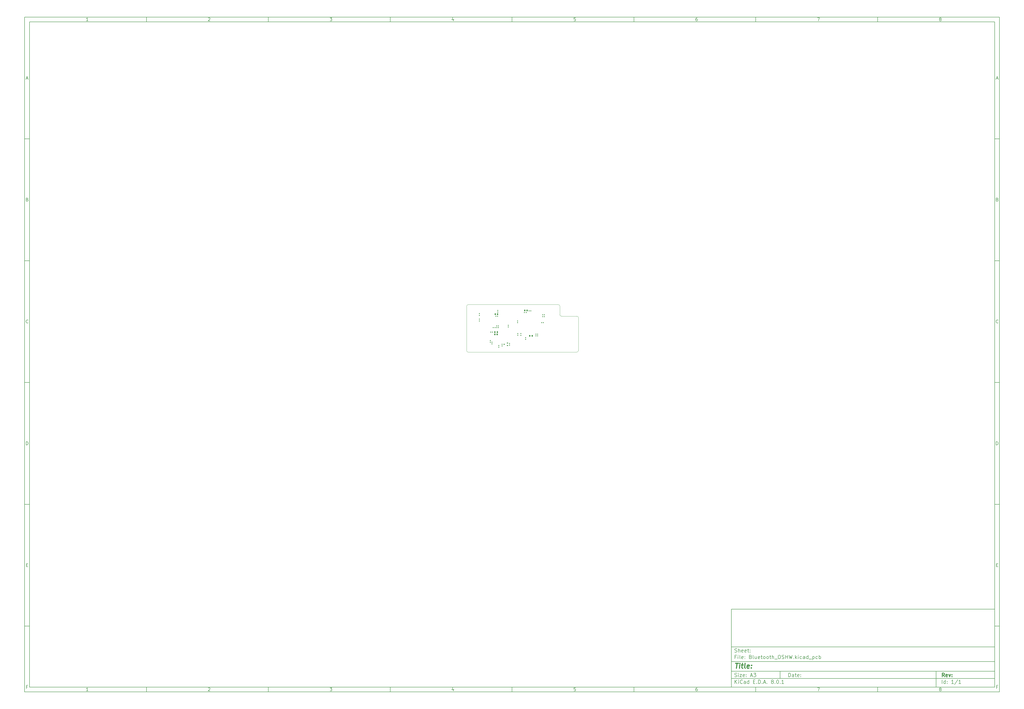
<source format=gbr>
%TF.GenerationSoftware,KiCad,Pcbnew,8.0.1*%
%TF.CreationDate,2024-04-03T21:47:25-07:00*%
%TF.ProjectId,Bluetooth_OSHW,426c7565-746f-46f7-9468-5f4f5348572e,rev?*%
%TF.SameCoordinates,Original*%
%TF.FileFunction,Paste,Bot*%
%TF.FilePolarity,Positive*%
%FSLAX46Y46*%
G04 Gerber Fmt 4.6, Leading zero omitted, Abs format (unit mm)*
G04 Created by KiCad (PCBNEW 8.0.1) date 2024-04-03 21:47:25*
%MOMM*%
%LPD*%
G01*
G04 APERTURE LIST*
G04 Aperture macros list*
%AMRoundRect*
0 Rectangle with rounded corners*
0 $1 Rounding radius*
0 $2 $3 $4 $5 $6 $7 $8 $9 X,Y pos of 4 corners*
0 Add a 4 corners polygon primitive as box body*
4,1,4,$2,$3,$4,$5,$6,$7,$8,$9,$2,$3,0*
0 Add four circle primitives for the rounded corners*
1,1,$1+$1,$2,$3*
1,1,$1+$1,$4,$5*
1,1,$1+$1,$6,$7*
1,1,$1+$1,$8,$9*
0 Add four rect primitives between the rounded corners*
20,1,$1+$1,$2,$3,$4,$5,0*
20,1,$1+$1,$4,$5,$6,$7,0*
20,1,$1+$1,$6,$7,$8,$9,0*
20,1,$1+$1,$8,$9,$2,$3,0*%
G04 Aperture macros list end*
%ADD10C,0.100000*%
%ADD11C,0.150000*%
%ADD12C,0.300000*%
%ADD13C,0.400000*%
%ADD14RoundRect,0.079500X0.079500X0.100500X-0.079500X0.100500X-0.079500X-0.100500X0.079500X-0.100500X0*%
%ADD15RoundRect,0.079500X-0.079500X-0.100500X0.079500X-0.100500X0.079500X0.100500X-0.079500X0.100500X0*%
%ADD16RoundRect,0.140000X0.140000X0.170000X-0.140000X0.170000X-0.140000X-0.170000X0.140000X-0.170000X0*%
%ADD17RoundRect,0.079500X-0.100500X0.079500X-0.100500X-0.079500X0.100500X-0.079500X0.100500X0.079500X0*%
%ADD18RoundRect,0.079500X0.100500X-0.079500X0.100500X0.079500X-0.100500X0.079500X-0.100500X-0.079500X0*%
%ADD19RoundRect,0.147500X-0.147500X-0.172500X0.147500X-0.172500X0.147500X0.172500X-0.147500X0.172500X0*%
%ADD20RoundRect,0.100000X-0.155000X-0.100000X0.155000X-0.100000X0.155000X0.100000X-0.155000X0.100000X0*%
%ADD21RoundRect,0.135000X-0.135000X-0.185000X0.135000X-0.185000X0.135000X0.185000X-0.135000X0.185000X0*%
%TA.AperFunction,Profile*%
%ADD22C,0.100000*%
%TD*%
G04 APERTURE END LIST*
D10*
D11*
X299989000Y-253002200D02*
X407989000Y-253002200D01*
X407989000Y-285002200D01*
X299989000Y-285002200D01*
X299989000Y-253002200D01*
D10*
D11*
X10000000Y-10000000D02*
X409989000Y-10000000D01*
X409989000Y-287002200D01*
X10000000Y-287002200D01*
X10000000Y-10000000D01*
D10*
D11*
X12000000Y-12000000D02*
X407989000Y-12000000D01*
X407989000Y-285002200D01*
X12000000Y-285002200D01*
X12000000Y-12000000D01*
D10*
D11*
X60000000Y-12000000D02*
X60000000Y-10000000D01*
D10*
D11*
X110000000Y-12000000D02*
X110000000Y-10000000D01*
D10*
D11*
X160000000Y-12000000D02*
X160000000Y-10000000D01*
D10*
D11*
X210000000Y-12000000D02*
X210000000Y-10000000D01*
D10*
D11*
X260000000Y-12000000D02*
X260000000Y-10000000D01*
D10*
D11*
X310000000Y-12000000D02*
X310000000Y-10000000D01*
D10*
D11*
X360000000Y-12000000D02*
X360000000Y-10000000D01*
D10*
D11*
X36089160Y-11593604D02*
X35346303Y-11593604D01*
X35717731Y-11593604D02*
X35717731Y-10293604D01*
X35717731Y-10293604D02*
X35593922Y-10479319D01*
X35593922Y-10479319D02*
X35470112Y-10603128D01*
X35470112Y-10603128D02*
X35346303Y-10665033D01*
D10*
D11*
X85346303Y-10417414D02*
X85408207Y-10355509D01*
X85408207Y-10355509D02*
X85532017Y-10293604D01*
X85532017Y-10293604D02*
X85841541Y-10293604D01*
X85841541Y-10293604D02*
X85965350Y-10355509D01*
X85965350Y-10355509D02*
X86027255Y-10417414D01*
X86027255Y-10417414D02*
X86089160Y-10541223D01*
X86089160Y-10541223D02*
X86089160Y-10665033D01*
X86089160Y-10665033D02*
X86027255Y-10850747D01*
X86027255Y-10850747D02*
X85284398Y-11593604D01*
X85284398Y-11593604D02*
X86089160Y-11593604D01*
D10*
D11*
X135284398Y-10293604D02*
X136089160Y-10293604D01*
X136089160Y-10293604D02*
X135655826Y-10788842D01*
X135655826Y-10788842D02*
X135841541Y-10788842D01*
X135841541Y-10788842D02*
X135965350Y-10850747D01*
X135965350Y-10850747D02*
X136027255Y-10912652D01*
X136027255Y-10912652D02*
X136089160Y-11036461D01*
X136089160Y-11036461D02*
X136089160Y-11345985D01*
X136089160Y-11345985D02*
X136027255Y-11469795D01*
X136027255Y-11469795D02*
X135965350Y-11531700D01*
X135965350Y-11531700D02*
X135841541Y-11593604D01*
X135841541Y-11593604D02*
X135470112Y-11593604D01*
X135470112Y-11593604D02*
X135346303Y-11531700D01*
X135346303Y-11531700D02*
X135284398Y-11469795D01*
D10*
D11*
X185965350Y-10726938D02*
X185965350Y-11593604D01*
X185655826Y-10231700D02*
X185346303Y-11160271D01*
X185346303Y-11160271D02*
X186151064Y-11160271D01*
D10*
D11*
X236027255Y-10293604D02*
X235408207Y-10293604D01*
X235408207Y-10293604D02*
X235346303Y-10912652D01*
X235346303Y-10912652D02*
X235408207Y-10850747D01*
X235408207Y-10850747D02*
X235532017Y-10788842D01*
X235532017Y-10788842D02*
X235841541Y-10788842D01*
X235841541Y-10788842D02*
X235965350Y-10850747D01*
X235965350Y-10850747D02*
X236027255Y-10912652D01*
X236027255Y-10912652D02*
X236089160Y-11036461D01*
X236089160Y-11036461D02*
X236089160Y-11345985D01*
X236089160Y-11345985D02*
X236027255Y-11469795D01*
X236027255Y-11469795D02*
X235965350Y-11531700D01*
X235965350Y-11531700D02*
X235841541Y-11593604D01*
X235841541Y-11593604D02*
X235532017Y-11593604D01*
X235532017Y-11593604D02*
X235408207Y-11531700D01*
X235408207Y-11531700D02*
X235346303Y-11469795D01*
D10*
D11*
X285965350Y-10293604D02*
X285717731Y-10293604D01*
X285717731Y-10293604D02*
X285593922Y-10355509D01*
X285593922Y-10355509D02*
X285532017Y-10417414D01*
X285532017Y-10417414D02*
X285408207Y-10603128D01*
X285408207Y-10603128D02*
X285346303Y-10850747D01*
X285346303Y-10850747D02*
X285346303Y-11345985D01*
X285346303Y-11345985D02*
X285408207Y-11469795D01*
X285408207Y-11469795D02*
X285470112Y-11531700D01*
X285470112Y-11531700D02*
X285593922Y-11593604D01*
X285593922Y-11593604D02*
X285841541Y-11593604D01*
X285841541Y-11593604D02*
X285965350Y-11531700D01*
X285965350Y-11531700D02*
X286027255Y-11469795D01*
X286027255Y-11469795D02*
X286089160Y-11345985D01*
X286089160Y-11345985D02*
X286089160Y-11036461D01*
X286089160Y-11036461D02*
X286027255Y-10912652D01*
X286027255Y-10912652D02*
X285965350Y-10850747D01*
X285965350Y-10850747D02*
X285841541Y-10788842D01*
X285841541Y-10788842D02*
X285593922Y-10788842D01*
X285593922Y-10788842D02*
X285470112Y-10850747D01*
X285470112Y-10850747D02*
X285408207Y-10912652D01*
X285408207Y-10912652D02*
X285346303Y-11036461D01*
D10*
D11*
X335284398Y-10293604D02*
X336151064Y-10293604D01*
X336151064Y-10293604D02*
X335593922Y-11593604D01*
D10*
D11*
X385593922Y-10850747D02*
X385470112Y-10788842D01*
X385470112Y-10788842D02*
X385408207Y-10726938D01*
X385408207Y-10726938D02*
X385346303Y-10603128D01*
X385346303Y-10603128D02*
X385346303Y-10541223D01*
X385346303Y-10541223D02*
X385408207Y-10417414D01*
X385408207Y-10417414D02*
X385470112Y-10355509D01*
X385470112Y-10355509D02*
X385593922Y-10293604D01*
X385593922Y-10293604D02*
X385841541Y-10293604D01*
X385841541Y-10293604D02*
X385965350Y-10355509D01*
X385965350Y-10355509D02*
X386027255Y-10417414D01*
X386027255Y-10417414D02*
X386089160Y-10541223D01*
X386089160Y-10541223D02*
X386089160Y-10603128D01*
X386089160Y-10603128D02*
X386027255Y-10726938D01*
X386027255Y-10726938D02*
X385965350Y-10788842D01*
X385965350Y-10788842D02*
X385841541Y-10850747D01*
X385841541Y-10850747D02*
X385593922Y-10850747D01*
X385593922Y-10850747D02*
X385470112Y-10912652D01*
X385470112Y-10912652D02*
X385408207Y-10974557D01*
X385408207Y-10974557D02*
X385346303Y-11098366D01*
X385346303Y-11098366D02*
X385346303Y-11345985D01*
X385346303Y-11345985D02*
X385408207Y-11469795D01*
X385408207Y-11469795D02*
X385470112Y-11531700D01*
X385470112Y-11531700D02*
X385593922Y-11593604D01*
X385593922Y-11593604D02*
X385841541Y-11593604D01*
X385841541Y-11593604D02*
X385965350Y-11531700D01*
X385965350Y-11531700D02*
X386027255Y-11469795D01*
X386027255Y-11469795D02*
X386089160Y-11345985D01*
X386089160Y-11345985D02*
X386089160Y-11098366D01*
X386089160Y-11098366D02*
X386027255Y-10974557D01*
X386027255Y-10974557D02*
X385965350Y-10912652D01*
X385965350Y-10912652D02*
X385841541Y-10850747D01*
D10*
D11*
X60000000Y-285002200D02*
X60000000Y-287002200D01*
D10*
D11*
X110000000Y-285002200D02*
X110000000Y-287002200D01*
D10*
D11*
X160000000Y-285002200D02*
X160000000Y-287002200D01*
D10*
D11*
X210000000Y-285002200D02*
X210000000Y-287002200D01*
D10*
D11*
X260000000Y-285002200D02*
X260000000Y-287002200D01*
D10*
D11*
X310000000Y-285002200D02*
X310000000Y-287002200D01*
D10*
D11*
X360000000Y-285002200D02*
X360000000Y-287002200D01*
D10*
D11*
X36089160Y-286595804D02*
X35346303Y-286595804D01*
X35717731Y-286595804D02*
X35717731Y-285295804D01*
X35717731Y-285295804D02*
X35593922Y-285481519D01*
X35593922Y-285481519D02*
X35470112Y-285605328D01*
X35470112Y-285605328D02*
X35346303Y-285667233D01*
D10*
D11*
X85346303Y-285419614D02*
X85408207Y-285357709D01*
X85408207Y-285357709D02*
X85532017Y-285295804D01*
X85532017Y-285295804D02*
X85841541Y-285295804D01*
X85841541Y-285295804D02*
X85965350Y-285357709D01*
X85965350Y-285357709D02*
X86027255Y-285419614D01*
X86027255Y-285419614D02*
X86089160Y-285543423D01*
X86089160Y-285543423D02*
X86089160Y-285667233D01*
X86089160Y-285667233D02*
X86027255Y-285852947D01*
X86027255Y-285852947D02*
X85284398Y-286595804D01*
X85284398Y-286595804D02*
X86089160Y-286595804D01*
D10*
D11*
X135284398Y-285295804D02*
X136089160Y-285295804D01*
X136089160Y-285295804D02*
X135655826Y-285791042D01*
X135655826Y-285791042D02*
X135841541Y-285791042D01*
X135841541Y-285791042D02*
X135965350Y-285852947D01*
X135965350Y-285852947D02*
X136027255Y-285914852D01*
X136027255Y-285914852D02*
X136089160Y-286038661D01*
X136089160Y-286038661D02*
X136089160Y-286348185D01*
X136089160Y-286348185D02*
X136027255Y-286471995D01*
X136027255Y-286471995D02*
X135965350Y-286533900D01*
X135965350Y-286533900D02*
X135841541Y-286595804D01*
X135841541Y-286595804D02*
X135470112Y-286595804D01*
X135470112Y-286595804D02*
X135346303Y-286533900D01*
X135346303Y-286533900D02*
X135284398Y-286471995D01*
D10*
D11*
X185965350Y-285729138D02*
X185965350Y-286595804D01*
X185655826Y-285233900D02*
X185346303Y-286162471D01*
X185346303Y-286162471D02*
X186151064Y-286162471D01*
D10*
D11*
X236027255Y-285295804D02*
X235408207Y-285295804D01*
X235408207Y-285295804D02*
X235346303Y-285914852D01*
X235346303Y-285914852D02*
X235408207Y-285852947D01*
X235408207Y-285852947D02*
X235532017Y-285791042D01*
X235532017Y-285791042D02*
X235841541Y-285791042D01*
X235841541Y-285791042D02*
X235965350Y-285852947D01*
X235965350Y-285852947D02*
X236027255Y-285914852D01*
X236027255Y-285914852D02*
X236089160Y-286038661D01*
X236089160Y-286038661D02*
X236089160Y-286348185D01*
X236089160Y-286348185D02*
X236027255Y-286471995D01*
X236027255Y-286471995D02*
X235965350Y-286533900D01*
X235965350Y-286533900D02*
X235841541Y-286595804D01*
X235841541Y-286595804D02*
X235532017Y-286595804D01*
X235532017Y-286595804D02*
X235408207Y-286533900D01*
X235408207Y-286533900D02*
X235346303Y-286471995D01*
D10*
D11*
X285965350Y-285295804D02*
X285717731Y-285295804D01*
X285717731Y-285295804D02*
X285593922Y-285357709D01*
X285593922Y-285357709D02*
X285532017Y-285419614D01*
X285532017Y-285419614D02*
X285408207Y-285605328D01*
X285408207Y-285605328D02*
X285346303Y-285852947D01*
X285346303Y-285852947D02*
X285346303Y-286348185D01*
X285346303Y-286348185D02*
X285408207Y-286471995D01*
X285408207Y-286471995D02*
X285470112Y-286533900D01*
X285470112Y-286533900D02*
X285593922Y-286595804D01*
X285593922Y-286595804D02*
X285841541Y-286595804D01*
X285841541Y-286595804D02*
X285965350Y-286533900D01*
X285965350Y-286533900D02*
X286027255Y-286471995D01*
X286027255Y-286471995D02*
X286089160Y-286348185D01*
X286089160Y-286348185D02*
X286089160Y-286038661D01*
X286089160Y-286038661D02*
X286027255Y-285914852D01*
X286027255Y-285914852D02*
X285965350Y-285852947D01*
X285965350Y-285852947D02*
X285841541Y-285791042D01*
X285841541Y-285791042D02*
X285593922Y-285791042D01*
X285593922Y-285791042D02*
X285470112Y-285852947D01*
X285470112Y-285852947D02*
X285408207Y-285914852D01*
X285408207Y-285914852D02*
X285346303Y-286038661D01*
D10*
D11*
X335284398Y-285295804D02*
X336151064Y-285295804D01*
X336151064Y-285295804D02*
X335593922Y-286595804D01*
D10*
D11*
X385593922Y-285852947D02*
X385470112Y-285791042D01*
X385470112Y-285791042D02*
X385408207Y-285729138D01*
X385408207Y-285729138D02*
X385346303Y-285605328D01*
X385346303Y-285605328D02*
X385346303Y-285543423D01*
X385346303Y-285543423D02*
X385408207Y-285419614D01*
X385408207Y-285419614D02*
X385470112Y-285357709D01*
X385470112Y-285357709D02*
X385593922Y-285295804D01*
X385593922Y-285295804D02*
X385841541Y-285295804D01*
X385841541Y-285295804D02*
X385965350Y-285357709D01*
X385965350Y-285357709D02*
X386027255Y-285419614D01*
X386027255Y-285419614D02*
X386089160Y-285543423D01*
X386089160Y-285543423D02*
X386089160Y-285605328D01*
X386089160Y-285605328D02*
X386027255Y-285729138D01*
X386027255Y-285729138D02*
X385965350Y-285791042D01*
X385965350Y-285791042D02*
X385841541Y-285852947D01*
X385841541Y-285852947D02*
X385593922Y-285852947D01*
X385593922Y-285852947D02*
X385470112Y-285914852D01*
X385470112Y-285914852D02*
X385408207Y-285976757D01*
X385408207Y-285976757D02*
X385346303Y-286100566D01*
X385346303Y-286100566D02*
X385346303Y-286348185D01*
X385346303Y-286348185D02*
X385408207Y-286471995D01*
X385408207Y-286471995D02*
X385470112Y-286533900D01*
X385470112Y-286533900D02*
X385593922Y-286595804D01*
X385593922Y-286595804D02*
X385841541Y-286595804D01*
X385841541Y-286595804D02*
X385965350Y-286533900D01*
X385965350Y-286533900D02*
X386027255Y-286471995D01*
X386027255Y-286471995D02*
X386089160Y-286348185D01*
X386089160Y-286348185D02*
X386089160Y-286100566D01*
X386089160Y-286100566D02*
X386027255Y-285976757D01*
X386027255Y-285976757D02*
X385965350Y-285914852D01*
X385965350Y-285914852D02*
X385841541Y-285852947D01*
D10*
D11*
X10000000Y-60000000D02*
X12000000Y-60000000D01*
D10*
D11*
X10000000Y-110000000D02*
X12000000Y-110000000D01*
D10*
D11*
X10000000Y-160000000D02*
X12000000Y-160000000D01*
D10*
D11*
X10000000Y-210000000D02*
X12000000Y-210000000D01*
D10*
D11*
X10000000Y-260000000D02*
X12000000Y-260000000D01*
D10*
D11*
X10690476Y-35222176D02*
X11309523Y-35222176D01*
X10566666Y-35593604D02*
X10999999Y-34293604D01*
X10999999Y-34293604D02*
X11433333Y-35593604D01*
D10*
D11*
X11092857Y-84912652D02*
X11278571Y-84974557D01*
X11278571Y-84974557D02*
X11340476Y-85036461D01*
X11340476Y-85036461D02*
X11402380Y-85160271D01*
X11402380Y-85160271D02*
X11402380Y-85345985D01*
X11402380Y-85345985D02*
X11340476Y-85469795D01*
X11340476Y-85469795D02*
X11278571Y-85531700D01*
X11278571Y-85531700D02*
X11154761Y-85593604D01*
X11154761Y-85593604D02*
X10659523Y-85593604D01*
X10659523Y-85593604D02*
X10659523Y-84293604D01*
X10659523Y-84293604D02*
X11092857Y-84293604D01*
X11092857Y-84293604D02*
X11216666Y-84355509D01*
X11216666Y-84355509D02*
X11278571Y-84417414D01*
X11278571Y-84417414D02*
X11340476Y-84541223D01*
X11340476Y-84541223D02*
X11340476Y-84665033D01*
X11340476Y-84665033D02*
X11278571Y-84788842D01*
X11278571Y-84788842D02*
X11216666Y-84850747D01*
X11216666Y-84850747D02*
X11092857Y-84912652D01*
X11092857Y-84912652D02*
X10659523Y-84912652D01*
D10*
D11*
X11402380Y-135469795D02*
X11340476Y-135531700D01*
X11340476Y-135531700D02*
X11154761Y-135593604D01*
X11154761Y-135593604D02*
X11030952Y-135593604D01*
X11030952Y-135593604D02*
X10845238Y-135531700D01*
X10845238Y-135531700D02*
X10721428Y-135407890D01*
X10721428Y-135407890D02*
X10659523Y-135284080D01*
X10659523Y-135284080D02*
X10597619Y-135036461D01*
X10597619Y-135036461D02*
X10597619Y-134850747D01*
X10597619Y-134850747D02*
X10659523Y-134603128D01*
X10659523Y-134603128D02*
X10721428Y-134479319D01*
X10721428Y-134479319D02*
X10845238Y-134355509D01*
X10845238Y-134355509D02*
X11030952Y-134293604D01*
X11030952Y-134293604D02*
X11154761Y-134293604D01*
X11154761Y-134293604D02*
X11340476Y-134355509D01*
X11340476Y-134355509D02*
X11402380Y-134417414D01*
D10*
D11*
X10659523Y-185593604D02*
X10659523Y-184293604D01*
X10659523Y-184293604D02*
X10969047Y-184293604D01*
X10969047Y-184293604D02*
X11154761Y-184355509D01*
X11154761Y-184355509D02*
X11278571Y-184479319D01*
X11278571Y-184479319D02*
X11340476Y-184603128D01*
X11340476Y-184603128D02*
X11402380Y-184850747D01*
X11402380Y-184850747D02*
X11402380Y-185036461D01*
X11402380Y-185036461D02*
X11340476Y-185284080D01*
X11340476Y-185284080D02*
X11278571Y-185407890D01*
X11278571Y-185407890D02*
X11154761Y-185531700D01*
X11154761Y-185531700D02*
X10969047Y-185593604D01*
X10969047Y-185593604D02*
X10659523Y-185593604D01*
D10*
D11*
X10721428Y-234912652D02*
X11154762Y-234912652D01*
X11340476Y-235593604D02*
X10721428Y-235593604D01*
X10721428Y-235593604D02*
X10721428Y-234293604D01*
X10721428Y-234293604D02*
X11340476Y-234293604D01*
D10*
D11*
X11185714Y-284912652D02*
X10752380Y-284912652D01*
X10752380Y-285593604D02*
X10752380Y-284293604D01*
X10752380Y-284293604D02*
X11371428Y-284293604D01*
D10*
D11*
X409989000Y-60000000D02*
X407989000Y-60000000D01*
D10*
D11*
X409989000Y-110000000D02*
X407989000Y-110000000D01*
D10*
D11*
X409989000Y-160000000D02*
X407989000Y-160000000D01*
D10*
D11*
X409989000Y-210000000D02*
X407989000Y-210000000D01*
D10*
D11*
X409989000Y-260000000D02*
X407989000Y-260000000D01*
D10*
D11*
X408679476Y-35222176D02*
X409298523Y-35222176D01*
X408555666Y-35593604D02*
X408988999Y-34293604D01*
X408988999Y-34293604D02*
X409422333Y-35593604D01*
D10*
D11*
X409081857Y-84912652D02*
X409267571Y-84974557D01*
X409267571Y-84974557D02*
X409329476Y-85036461D01*
X409329476Y-85036461D02*
X409391380Y-85160271D01*
X409391380Y-85160271D02*
X409391380Y-85345985D01*
X409391380Y-85345985D02*
X409329476Y-85469795D01*
X409329476Y-85469795D02*
X409267571Y-85531700D01*
X409267571Y-85531700D02*
X409143761Y-85593604D01*
X409143761Y-85593604D02*
X408648523Y-85593604D01*
X408648523Y-85593604D02*
X408648523Y-84293604D01*
X408648523Y-84293604D02*
X409081857Y-84293604D01*
X409081857Y-84293604D02*
X409205666Y-84355509D01*
X409205666Y-84355509D02*
X409267571Y-84417414D01*
X409267571Y-84417414D02*
X409329476Y-84541223D01*
X409329476Y-84541223D02*
X409329476Y-84665033D01*
X409329476Y-84665033D02*
X409267571Y-84788842D01*
X409267571Y-84788842D02*
X409205666Y-84850747D01*
X409205666Y-84850747D02*
X409081857Y-84912652D01*
X409081857Y-84912652D02*
X408648523Y-84912652D01*
D10*
D11*
X409391380Y-135469795D02*
X409329476Y-135531700D01*
X409329476Y-135531700D02*
X409143761Y-135593604D01*
X409143761Y-135593604D02*
X409019952Y-135593604D01*
X409019952Y-135593604D02*
X408834238Y-135531700D01*
X408834238Y-135531700D02*
X408710428Y-135407890D01*
X408710428Y-135407890D02*
X408648523Y-135284080D01*
X408648523Y-135284080D02*
X408586619Y-135036461D01*
X408586619Y-135036461D02*
X408586619Y-134850747D01*
X408586619Y-134850747D02*
X408648523Y-134603128D01*
X408648523Y-134603128D02*
X408710428Y-134479319D01*
X408710428Y-134479319D02*
X408834238Y-134355509D01*
X408834238Y-134355509D02*
X409019952Y-134293604D01*
X409019952Y-134293604D02*
X409143761Y-134293604D01*
X409143761Y-134293604D02*
X409329476Y-134355509D01*
X409329476Y-134355509D02*
X409391380Y-134417414D01*
D10*
D11*
X408648523Y-185593604D02*
X408648523Y-184293604D01*
X408648523Y-184293604D02*
X408958047Y-184293604D01*
X408958047Y-184293604D02*
X409143761Y-184355509D01*
X409143761Y-184355509D02*
X409267571Y-184479319D01*
X409267571Y-184479319D02*
X409329476Y-184603128D01*
X409329476Y-184603128D02*
X409391380Y-184850747D01*
X409391380Y-184850747D02*
X409391380Y-185036461D01*
X409391380Y-185036461D02*
X409329476Y-185284080D01*
X409329476Y-185284080D02*
X409267571Y-185407890D01*
X409267571Y-185407890D02*
X409143761Y-185531700D01*
X409143761Y-185531700D02*
X408958047Y-185593604D01*
X408958047Y-185593604D02*
X408648523Y-185593604D01*
D10*
D11*
X408710428Y-234912652D02*
X409143762Y-234912652D01*
X409329476Y-235593604D02*
X408710428Y-235593604D01*
X408710428Y-235593604D02*
X408710428Y-234293604D01*
X408710428Y-234293604D02*
X409329476Y-234293604D01*
D10*
D11*
X409174714Y-284912652D02*
X408741380Y-284912652D01*
X408741380Y-285593604D02*
X408741380Y-284293604D01*
X408741380Y-284293604D02*
X409360428Y-284293604D01*
D10*
D11*
X323444826Y-280788328D02*
X323444826Y-279288328D01*
X323444826Y-279288328D02*
X323801969Y-279288328D01*
X323801969Y-279288328D02*
X324016255Y-279359757D01*
X324016255Y-279359757D02*
X324159112Y-279502614D01*
X324159112Y-279502614D02*
X324230541Y-279645471D01*
X324230541Y-279645471D02*
X324301969Y-279931185D01*
X324301969Y-279931185D02*
X324301969Y-280145471D01*
X324301969Y-280145471D02*
X324230541Y-280431185D01*
X324230541Y-280431185D02*
X324159112Y-280574042D01*
X324159112Y-280574042D02*
X324016255Y-280716900D01*
X324016255Y-280716900D02*
X323801969Y-280788328D01*
X323801969Y-280788328D02*
X323444826Y-280788328D01*
X325587684Y-280788328D02*
X325587684Y-280002614D01*
X325587684Y-280002614D02*
X325516255Y-279859757D01*
X325516255Y-279859757D02*
X325373398Y-279788328D01*
X325373398Y-279788328D02*
X325087684Y-279788328D01*
X325087684Y-279788328D02*
X324944826Y-279859757D01*
X325587684Y-280716900D02*
X325444826Y-280788328D01*
X325444826Y-280788328D02*
X325087684Y-280788328D01*
X325087684Y-280788328D02*
X324944826Y-280716900D01*
X324944826Y-280716900D02*
X324873398Y-280574042D01*
X324873398Y-280574042D02*
X324873398Y-280431185D01*
X324873398Y-280431185D02*
X324944826Y-280288328D01*
X324944826Y-280288328D02*
X325087684Y-280216900D01*
X325087684Y-280216900D02*
X325444826Y-280216900D01*
X325444826Y-280216900D02*
X325587684Y-280145471D01*
X326087684Y-279788328D02*
X326659112Y-279788328D01*
X326301969Y-279288328D02*
X326301969Y-280574042D01*
X326301969Y-280574042D02*
X326373398Y-280716900D01*
X326373398Y-280716900D02*
X326516255Y-280788328D01*
X326516255Y-280788328D02*
X326659112Y-280788328D01*
X327730541Y-280716900D02*
X327587684Y-280788328D01*
X327587684Y-280788328D02*
X327301970Y-280788328D01*
X327301970Y-280788328D02*
X327159112Y-280716900D01*
X327159112Y-280716900D02*
X327087684Y-280574042D01*
X327087684Y-280574042D02*
X327087684Y-280002614D01*
X327087684Y-280002614D02*
X327159112Y-279859757D01*
X327159112Y-279859757D02*
X327301970Y-279788328D01*
X327301970Y-279788328D02*
X327587684Y-279788328D01*
X327587684Y-279788328D02*
X327730541Y-279859757D01*
X327730541Y-279859757D02*
X327801970Y-280002614D01*
X327801970Y-280002614D02*
X327801970Y-280145471D01*
X327801970Y-280145471D02*
X327087684Y-280288328D01*
X328444826Y-280645471D02*
X328516255Y-280716900D01*
X328516255Y-280716900D02*
X328444826Y-280788328D01*
X328444826Y-280788328D02*
X328373398Y-280716900D01*
X328373398Y-280716900D02*
X328444826Y-280645471D01*
X328444826Y-280645471D02*
X328444826Y-280788328D01*
X328444826Y-279859757D02*
X328516255Y-279931185D01*
X328516255Y-279931185D02*
X328444826Y-280002614D01*
X328444826Y-280002614D02*
X328373398Y-279931185D01*
X328373398Y-279931185D02*
X328444826Y-279859757D01*
X328444826Y-279859757D02*
X328444826Y-280002614D01*
D10*
D11*
X299989000Y-281502200D02*
X407989000Y-281502200D01*
D10*
D11*
X301444826Y-283588328D02*
X301444826Y-282088328D01*
X302301969Y-283588328D02*
X301659112Y-282731185D01*
X302301969Y-282088328D02*
X301444826Y-282945471D01*
X302944826Y-283588328D02*
X302944826Y-282588328D01*
X302944826Y-282088328D02*
X302873398Y-282159757D01*
X302873398Y-282159757D02*
X302944826Y-282231185D01*
X302944826Y-282231185D02*
X303016255Y-282159757D01*
X303016255Y-282159757D02*
X302944826Y-282088328D01*
X302944826Y-282088328D02*
X302944826Y-282231185D01*
X304516255Y-283445471D02*
X304444827Y-283516900D01*
X304444827Y-283516900D02*
X304230541Y-283588328D01*
X304230541Y-283588328D02*
X304087684Y-283588328D01*
X304087684Y-283588328D02*
X303873398Y-283516900D01*
X303873398Y-283516900D02*
X303730541Y-283374042D01*
X303730541Y-283374042D02*
X303659112Y-283231185D01*
X303659112Y-283231185D02*
X303587684Y-282945471D01*
X303587684Y-282945471D02*
X303587684Y-282731185D01*
X303587684Y-282731185D02*
X303659112Y-282445471D01*
X303659112Y-282445471D02*
X303730541Y-282302614D01*
X303730541Y-282302614D02*
X303873398Y-282159757D01*
X303873398Y-282159757D02*
X304087684Y-282088328D01*
X304087684Y-282088328D02*
X304230541Y-282088328D01*
X304230541Y-282088328D02*
X304444827Y-282159757D01*
X304444827Y-282159757D02*
X304516255Y-282231185D01*
X305801970Y-283588328D02*
X305801970Y-282802614D01*
X305801970Y-282802614D02*
X305730541Y-282659757D01*
X305730541Y-282659757D02*
X305587684Y-282588328D01*
X305587684Y-282588328D02*
X305301970Y-282588328D01*
X305301970Y-282588328D02*
X305159112Y-282659757D01*
X305801970Y-283516900D02*
X305659112Y-283588328D01*
X305659112Y-283588328D02*
X305301970Y-283588328D01*
X305301970Y-283588328D02*
X305159112Y-283516900D01*
X305159112Y-283516900D02*
X305087684Y-283374042D01*
X305087684Y-283374042D02*
X305087684Y-283231185D01*
X305087684Y-283231185D02*
X305159112Y-283088328D01*
X305159112Y-283088328D02*
X305301970Y-283016900D01*
X305301970Y-283016900D02*
X305659112Y-283016900D01*
X305659112Y-283016900D02*
X305801970Y-282945471D01*
X307159113Y-283588328D02*
X307159113Y-282088328D01*
X307159113Y-283516900D02*
X307016255Y-283588328D01*
X307016255Y-283588328D02*
X306730541Y-283588328D01*
X306730541Y-283588328D02*
X306587684Y-283516900D01*
X306587684Y-283516900D02*
X306516255Y-283445471D01*
X306516255Y-283445471D02*
X306444827Y-283302614D01*
X306444827Y-283302614D02*
X306444827Y-282874042D01*
X306444827Y-282874042D02*
X306516255Y-282731185D01*
X306516255Y-282731185D02*
X306587684Y-282659757D01*
X306587684Y-282659757D02*
X306730541Y-282588328D01*
X306730541Y-282588328D02*
X307016255Y-282588328D01*
X307016255Y-282588328D02*
X307159113Y-282659757D01*
X309016255Y-282802614D02*
X309516255Y-282802614D01*
X309730541Y-283588328D02*
X309016255Y-283588328D01*
X309016255Y-283588328D02*
X309016255Y-282088328D01*
X309016255Y-282088328D02*
X309730541Y-282088328D01*
X310373398Y-283445471D02*
X310444827Y-283516900D01*
X310444827Y-283516900D02*
X310373398Y-283588328D01*
X310373398Y-283588328D02*
X310301970Y-283516900D01*
X310301970Y-283516900D02*
X310373398Y-283445471D01*
X310373398Y-283445471D02*
X310373398Y-283588328D01*
X311087684Y-283588328D02*
X311087684Y-282088328D01*
X311087684Y-282088328D02*
X311444827Y-282088328D01*
X311444827Y-282088328D02*
X311659113Y-282159757D01*
X311659113Y-282159757D02*
X311801970Y-282302614D01*
X311801970Y-282302614D02*
X311873399Y-282445471D01*
X311873399Y-282445471D02*
X311944827Y-282731185D01*
X311944827Y-282731185D02*
X311944827Y-282945471D01*
X311944827Y-282945471D02*
X311873399Y-283231185D01*
X311873399Y-283231185D02*
X311801970Y-283374042D01*
X311801970Y-283374042D02*
X311659113Y-283516900D01*
X311659113Y-283516900D02*
X311444827Y-283588328D01*
X311444827Y-283588328D02*
X311087684Y-283588328D01*
X312587684Y-283445471D02*
X312659113Y-283516900D01*
X312659113Y-283516900D02*
X312587684Y-283588328D01*
X312587684Y-283588328D02*
X312516256Y-283516900D01*
X312516256Y-283516900D02*
X312587684Y-283445471D01*
X312587684Y-283445471D02*
X312587684Y-283588328D01*
X313230542Y-283159757D02*
X313944828Y-283159757D01*
X313087685Y-283588328D02*
X313587685Y-282088328D01*
X313587685Y-282088328D02*
X314087685Y-283588328D01*
X314587684Y-283445471D02*
X314659113Y-283516900D01*
X314659113Y-283516900D02*
X314587684Y-283588328D01*
X314587684Y-283588328D02*
X314516256Y-283516900D01*
X314516256Y-283516900D02*
X314587684Y-283445471D01*
X314587684Y-283445471D02*
X314587684Y-283588328D01*
X316659113Y-282731185D02*
X316516256Y-282659757D01*
X316516256Y-282659757D02*
X316444827Y-282588328D01*
X316444827Y-282588328D02*
X316373399Y-282445471D01*
X316373399Y-282445471D02*
X316373399Y-282374042D01*
X316373399Y-282374042D02*
X316444827Y-282231185D01*
X316444827Y-282231185D02*
X316516256Y-282159757D01*
X316516256Y-282159757D02*
X316659113Y-282088328D01*
X316659113Y-282088328D02*
X316944827Y-282088328D01*
X316944827Y-282088328D02*
X317087685Y-282159757D01*
X317087685Y-282159757D02*
X317159113Y-282231185D01*
X317159113Y-282231185D02*
X317230542Y-282374042D01*
X317230542Y-282374042D02*
X317230542Y-282445471D01*
X317230542Y-282445471D02*
X317159113Y-282588328D01*
X317159113Y-282588328D02*
X317087685Y-282659757D01*
X317087685Y-282659757D02*
X316944827Y-282731185D01*
X316944827Y-282731185D02*
X316659113Y-282731185D01*
X316659113Y-282731185D02*
X316516256Y-282802614D01*
X316516256Y-282802614D02*
X316444827Y-282874042D01*
X316444827Y-282874042D02*
X316373399Y-283016900D01*
X316373399Y-283016900D02*
X316373399Y-283302614D01*
X316373399Y-283302614D02*
X316444827Y-283445471D01*
X316444827Y-283445471D02*
X316516256Y-283516900D01*
X316516256Y-283516900D02*
X316659113Y-283588328D01*
X316659113Y-283588328D02*
X316944827Y-283588328D01*
X316944827Y-283588328D02*
X317087685Y-283516900D01*
X317087685Y-283516900D02*
X317159113Y-283445471D01*
X317159113Y-283445471D02*
X317230542Y-283302614D01*
X317230542Y-283302614D02*
X317230542Y-283016900D01*
X317230542Y-283016900D02*
X317159113Y-282874042D01*
X317159113Y-282874042D02*
X317087685Y-282802614D01*
X317087685Y-282802614D02*
X316944827Y-282731185D01*
X317873398Y-283445471D02*
X317944827Y-283516900D01*
X317944827Y-283516900D02*
X317873398Y-283588328D01*
X317873398Y-283588328D02*
X317801970Y-283516900D01*
X317801970Y-283516900D02*
X317873398Y-283445471D01*
X317873398Y-283445471D02*
X317873398Y-283588328D01*
X318873399Y-282088328D02*
X319016256Y-282088328D01*
X319016256Y-282088328D02*
X319159113Y-282159757D01*
X319159113Y-282159757D02*
X319230542Y-282231185D01*
X319230542Y-282231185D02*
X319301970Y-282374042D01*
X319301970Y-282374042D02*
X319373399Y-282659757D01*
X319373399Y-282659757D02*
X319373399Y-283016900D01*
X319373399Y-283016900D02*
X319301970Y-283302614D01*
X319301970Y-283302614D02*
X319230542Y-283445471D01*
X319230542Y-283445471D02*
X319159113Y-283516900D01*
X319159113Y-283516900D02*
X319016256Y-283588328D01*
X319016256Y-283588328D02*
X318873399Y-283588328D01*
X318873399Y-283588328D02*
X318730542Y-283516900D01*
X318730542Y-283516900D02*
X318659113Y-283445471D01*
X318659113Y-283445471D02*
X318587684Y-283302614D01*
X318587684Y-283302614D02*
X318516256Y-283016900D01*
X318516256Y-283016900D02*
X318516256Y-282659757D01*
X318516256Y-282659757D02*
X318587684Y-282374042D01*
X318587684Y-282374042D02*
X318659113Y-282231185D01*
X318659113Y-282231185D02*
X318730542Y-282159757D01*
X318730542Y-282159757D02*
X318873399Y-282088328D01*
X320016255Y-283445471D02*
X320087684Y-283516900D01*
X320087684Y-283516900D02*
X320016255Y-283588328D01*
X320016255Y-283588328D02*
X319944827Y-283516900D01*
X319944827Y-283516900D02*
X320016255Y-283445471D01*
X320016255Y-283445471D02*
X320016255Y-283588328D01*
X321516256Y-283588328D02*
X320659113Y-283588328D01*
X321087684Y-283588328D02*
X321087684Y-282088328D01*
X321087684Y-282088328D02*
X320944827Y-282302614D01*
X320944827Y-282302614D02*
X320801970Y-282445471D01*
X320801970Y-282445471D02*
X320659113Y-282516900D01*
D10*
D11*
X299989000Y-278502200D02*
X407989000Y-278502200D01*
D10*
D12*
X387400653Y-280780528D02*
X386900653Y-280066242D01*
X386543510Y-280780528D02*
X386543510Y-279280528D01*
X386543510Y-279280528D02*
X387114939Y-279280528D01*
X387114939Y-279280528D02*
X387257796Y-279351957D01*
X387257796Y-279351957D02*
X387329225Y-279423385D01*
X387329225Y-279423385D02*
X387400653Y-279566242D01*
X387400653Y-279566242D02*
X387400653Y-279780528D01*
X387400653Y-279780528D02*
X387329225Y-279923385D01*
X387329225Y-279923385D02*
X387257796Y-279994814D01*
X387257796Y-279994814D02*
X387114939Y-280066242D01*
X387114939Y-280066242D02*
X386543510Y-280066242D01*
X388614939Y-280709100D02*
X388472082Y-280780528D01*
X388472082Y-280780528D02*
X388186368Y-280780528D01*
X388186368Y-280780528D02*
X388043510Y-280709100D01*
X388043510Y-280709100D02*
X387972082Y-280566242D01*
X387972082Y-280566242D02*
X387972082Y-279994814D01*
X387972082Y-279994814D02*
X388043510Y-279851957D01*
X388043510Y-279851957D02*
X388186368Y-279780528D01*
X388186368Y-279780528D02*
X388472082Y-279780528D01*
X388472082Y-279780528D02*
X388614939Y-279851957D01*
X388614939Y-279851957D02*
X388686368Y-279994814D01*
X388686368Y-279994814D02*
X388686368Y-280137671D01*
X388686368Y-280137671D02*
X387972082Y-280280528D01*
X389186367Y-279780528D02*
X389543510Y-280780528D01*
X389543510Y-280780528D02*
X389900653Y-279780528D01*
X390472081Y-280637671D02*
X390543510Y-280709100D01*
X390543510Y-280709100D02*
X390472081Y-280780528D01*
X390472081Y-280780528D02*
X390400653Y-280709100D01*
X390400653Y-280709100D02*
X390472081Y-280637671D01*
X390472081Y-280637671D02*
X390472081Y-280780528D01*
X390472081Y-279851957D02*
X390543510Y-279923385D01*
X390543510Y-279923385D02*
X390472081Y-279994814D01*
X390472081Y-279994814D02*
X390400653Y-279923385D01*
X390400653Y-279923385D02*
X390472081Y-279851957D01*
X390472081Y-279851957D02*
X390472081Y-279994814D01*
D10*
D11*
X301373398Y-280716900D02*
X301587684Y-280788328D01*
X301587684Y-280788328D02*
X301944826Y-280788328D01*
X301944826Y-280788328D02*
X302087684Y-280716900D01*
X302087684Y-280716900D02*
X302159112Y-280645471D01*
X302159112Y-280645471D02*
X302230541Y-280502614D01*
X302230541Y-280502614D02*
X302230541Y-280359757D01*
X302230541Y-280359757D02*
X302159112Y-280216900D01*
X302159112Y-280216900D02*
X302087684Y-280145471D01*
X302087684Y-280145471D02*
X301944826Y-280074042D01*
X301944826Y-280074042D02*
X301659112Y-280002614D01*
X301659112Y-280002614D02*
X301516255Y-279931185D01*
X301516255Y-279931185D02*
X301444826Y-279859757D01*
X301444826Y-279859757D02*
X301373398Y-279716900D01*
X301373398Y-279716900D02*
X301373398Y-279574042D01*
X301373398Y-279574042D02*
X301444826Y-279431185D01*
X301444826Y-279431185D02*
X301516255Y-279359757D01*
X301516255Y-279359757D02*
X301659112Y-279288328D01*
X301659112Y-279288328D02*
X302016255Y-279288328D01*
X302016255Y-279288328D02*
X302230541Y-279359757D01*
X302873397Y-280788328D02*
X302873397Y-279788328D01*
X302873397Y-279288328D02*
X302801969Y-279359757D01*
X302801969Y-279359757D02*
X302873397Y-279431185D01*
X302873397Y-279431185D02*
X302944826Y-279359757D01*
X302944826Y-279359757D02*
X302873397Y-279288328D01*
X302873397Y-279288328D02*
X302873397Y-279431185D01*
X303444826Y-279788328D02*
X304230541Y-279788328D01*
X304230541Y-279788328D02*
X303444826Y-280788328D01*
X303444826Y-280788328D02*
X304230541Y-280788328D01*
X305373398Y-280716900D02*
X305230541Y-280788328D01*
X305230541Y-280788328D02*
X304944827Y-280788328D01*
X304944827Y-280788328D02*
X304801969Y-280716900D01*
X304801969Y-280716900D02*
X304730541Y-280574042D01*
X304730541Y-280574042D02*
X304730541Y-280002614D01*
X304730541Y-280002614D02*
X304801969Y-279859757D01*
X304801969Y-279859757D02*
X304944827Y-279788328D01*
X304944827Y-279788328D02*
X305230541Y-279788328D01*
X305230541Y-279788328D02*
X305373398Y-279859757D01*
X305373398Y-279859757D02*
X305444827Y-280002614D01*
X305444827Y-280002614D02*
X305444827Y-280145471D01*
X305444827Y-280145471D02*
X304730541Y-280288328D01*
X306087683Y-280645471D02*
X306159112Y-280716900D01*
X306159112Y-280716900D02*
X306087683Y-280788328D01*
X306087683Y-280788328D02*
X306016255Y-280716900D01*
X306016255Y-280716900D02*
X306087683Y-280645471D01*
X306087683Y-280645471D02*
X306087683Y-280788328D01*
X306087683Y-279859757D02*
X306159112Y-279931185D01*
X306159112Y-279931185D02*
X306087683Y-280002614D01*
X306087683Y-280002614D02*
X306016255Y-279931185D01*
X306016255Y-279931185D02*
X306087683Y-279859757D01*
X306087683Y-279859757D02*
X306087683Y-280002614D01*
X307873398Y-280359757D02*
X308587684Y-280359757D01*
X307730541Y-280788328D02*
X308230541Y-279288328D01*
X308230541Y-279288328D02*
X308730541Y-280788328D01*
X309087683Y-279288328D02*
X310016255Y-279288328D01*
X310016255Y-279288328D02*
X309516255Y-279859757D01*
X309516255Y-279859757D02*
X309730540Y-279859757D01*
X309730540Y-279859757D02*
X309873398Y-279931185D01*
X309873398Y-279931185D02*
X309944826Y-280002614D01*
X309944826Y-280002614D02*
X310016255Y-280145471D01*
X310016255Y-280145471D02*
X310016255Y-280502614D01*
X310016255Y-280502614D02*
X309944826Y-280645471D01*
X309944826Y-280645471D02*
X309873398Y-280716900D01*
X309873398Y-280716900D02*
X309730540Y-280788328D01*
X309730540Y-280788328D02*
X309301969Y-280788328D01*
X309301969Y-280788328D02*
X309159112Y-280716900D01*
X309159112Y-280716900D02*
X309087683Y-280645471D01*
D10*
D11*
X386444826Y-283588328D02*
X386444826Y-282088328D01*
X387801970Y-283588328D02*
X387801970Y-282088328D01*
X387801970Y-283516900D02*
X387659112Y-283588328D01*
X387659112Y-283588328D02*
X387373398Y-283588328D01*
X387373398Y-283588328D02*
X387230541Y-283516900D01*
X387230541Y-283516900D02*
X387159112Y-283445471D01*
X387159112Y-283445471D02*
X387087684Y-283302614D01*
X387087684Y-283302614D02*
X387087684Y-282874042D01*
X387087684Y-282874042D02*
X387159112Y-282731185D01*
X387159112Y-282731185D02*
X387230541Y-282659757D01*
X387230541Y-282659757D02*
X387373398Y-282588328D01*
X387373398Y-282588328D02*
X387659112Y-282588328D01*
X387659112Y-282588328D02*
X387801970Y-282659757D01*
X388516255Y-283445471D02*
X388587684Y-283516900D01*
X388587684Y-283516900D02*
X388516255Y-283588328D01*
X388516255Y-283588328D02*
X388444827Y-283516900D01*
X388444827Y-283516900D02*
X388516255Y-283445471D01*
X388516255Y-283445471D02*
X388516255Y-283588328D01*
X388516255Y-282659757D02*
X388587684Y-282731185D01*
X388587684Y-282731185D02*
X388516255Y-282802614D01*
X388516255Y-282802614D02*
X388444827Y-282731185D01*
X388444827Y-282731185D02*
X388516255Y-282659757D01*
X388516255Y-282659757D02*
X388516255Y-282802614D01*
X391159113Y-283588328D02*
X390301970Y-283588328D01*
X390730541Y-283588328D02*
X390730541Y-282088328D01*
X390730541Y-282088328D02*
X390587684Y-282302614D01*
X390587684Y-282302614D02*
X390444827Y-282445471D01*
X390444827Y-282445471D02*
X390301970Y-282516900D01*
X392873398Y-282016900D02*
X391587684Y-283945471D01*
X394159113Y-283588328D02*
X393301970Y-283588328D01*
X393730541Y-283588328D02*
X393730541Y-282088328D01*
X393730541Y-282088328D02*
X393587684Y-282302614D01*
X393587684Y-282302614D02*
X393444827Y-282445471D01*
X393444827Y-282445471D02*
X393301970Y-282516900D01*
D10*
D11*
X299989000Y-274502200D02*
X407989000Y-274502200D01*
D10*
D13*
X301680728Y-275206638D02*
X302823585Y-275206638D01*
X302002157Y-277206638D02*
X302252157Y-275206638D01*
X303240252Y-277206638D02*
X303406919Y-275873304D01*
X303490252Y-275206638D02*
X303383109Y-275301876D01*
X303383109Y-275301876D02*
X303466443Y-275397114D01*
X303466443Y-275397114D02*
X303573586Y-275301876D01*
X303573586Y-275301876D02*
X303490252Y-275206638D01*
X303490252Y-275206638D02*
X303466443Y-275397114D01*
X304073586Y-275873304D02*
X304835490Y-275873304D01*
X304442633Y-275206638D02*
X304228348Y-276920923D01*
X304228348Y-276920923D02*
X304299776Y-277111400D01*
X304299776Y-277111400D02*
X304478348Y-277206638D01*
X304478348Y-277206638D02*
X304668824Y-277206638D01*
X305621205Y-277206638D02*
X305442633Y-277111400D01*
X305442633Y-277111400D02*
X305371205Y-276920923D01*
X305371205Y-276920923D02*
X305585490Y-275206638D01*
X307156919Y-277111400D02*
X306954538Y-277206638D01*
X306954538Y-277206638D02*
X306573585Y-277206638D01*
X306573585Y-277206638D02*
X306395014Y-277111400D01*
X306395014Y-277111400D02*
X306323585Y-276920923D01*
X306323585Y-276920923D02*
X306418824Y-276159019D01*
X306418824Y-276159019D02*
X306537871Y-275968542D01*
X306537871Y-275968542D02*
X306740252Y-275873304D01*
X306740252Y-275873304D02*
X307121204Y-275873304D01*
X307121204Y-275873304D02*
X307299776Y-275968542D01*
X307299776Y-275968542D02*
X307371204Y-276159019D01*
X307371204Y-276159019D02*
X307347395Y-276349495D01*
X307347395Y-276349495D02*
X306371204Y-276539971D01*
X308121205Y-277016161D02*
X308204538Y-277111400D01*
X308204538Y-277111400D02*
X308097395Y-277206638D01*
X308097395Y-277206638D02*
X308014062Y-277111400D01*
X308014062Y-277111400D02*
X308121205Y-277016161D01*
X308121205Y-277016161D02*
X308097395Y-277206638D01*
X308252157Y-275968542D02*
X308335490Y-276063780D01*
X308335490Y-276063780D02*
X308228348Y-276159019D01*
X308228348Y-276159019D02*
X308145014Y-276063780D01*
X308145014Y-276063780D02*
X308252157Y-275968542D01*
X308252157Y-275968542D02*
X308228348Y-276159019D01*
D10*
D11*
X301944826Y-272602614D02*
X301444826Y-272602614D01*
X301444826Y-273388328D02*
X301444826Y-271888328D01*
X301444826Y-271888328D02*
X302159112Y-271888328D01*
X302730540Y-273388328D02*
X302730540Y-272388328D01*
X302730540Y-271888328D02*
X302659112Y-271959757D01*
X302659112Y-271959757D02*
X302730540Y-272031185D01*
X302730540Y-272031185D02*
X302801969Y-271959757D01*
X302801969Y-271959757D02*
X302730540Y-271888328D01*
X302730540Y-271888328D02*
X302730540Y-272031185D01*
X303659112Y-273388328D02*
X303516255Y-273316900D01*
X303516255Y-273316900D02*
X303444826Y-273174042D01*
X303444826Y-273174042D02*
X303444826Y-271888328D01*
X304801969Y-273316900D02*
X304659112Y-273388328D01*
X304659112Y-273388328D02*
X304373398Y-273388328D01*
X304373398Y-273388328D02*
X304230540Y-273316900D01*
X304230540Y-273316900D02*
X304159112Y-273174042D01*
X304159112Y-273174042D02*
X304159112Y-272602614D01*
X304159112Y-272602614D02*
X304230540Y-272459757D01*
X304230540Y-272459757D02*
X304373398Y-272388328D01*
X304373398Y-272388328D02*
X304659112Y-272388328D01*
X304659112Y-272388328D02*
X304801969Y-272459757D01*
X304801969Y-272459757D02*
X304873398Y-272602614D01*
X304873398Y-272602614D02*
X304873398Y-272745471D01*
X304873398Y-272745471D02*
X304159112Y-272888328D01*
X305516254Y-273245471D02*
X305587683Y-273316900D01*
X305587683Y-273316900D02*
X305516254Y-273388328D01*
X305516254Y-273388328D02*
X305444826Y-273316900D01*
X305444826Y-273316900D02*
X305516254Y-273245471D01*
X305516254Y-273245471D02*
X305516254Y-273388328D01*
X305516254Y-272459757D02*
X305587683Y-272531185D01*
X305587683Y-272531185D02*
X305516254Y-272602614D01*
X305516254Y-272602614D02*
X305444826Y-272531185D01*
X305444826Y-272531185D02*
X305516254Y-272459757D01*
X305516254Y-272459757D02*
X305516254Y-272602614D01*
X307873397Y-272602614D02*
X308087683Y-272674042D01*
X308087683Y-272674042D02*
X308159112Y-272745471D01*
X308159112Y-272745471D02*
X308230540Y-272888328D01*
X308230540Y-272888328D02*
X308230540Y-273102614D01*
X308230540Y-273102614D02*
X308159112Y-273245471D01*
X308159112Y-273245471D02*
X308087683Y-273316900D01*
X308087683Y-273316900D02*
X307944826Y-273388328D01*
X307944826Y-273388328D02*
X307373397Y-273388328D01*
X307373397Y-273388328D02*
X307373397Y-271888328D01*
X307373397Y-271888328D02*
X307873397Y-271888328D01*
X307873397Y-271888328D02*
X308016255Y-271959757D01*
X308016255Y-271959757D02*
X308087683Y-272031185D01*
X308087683Y-272031185D02*
X308159112Y-272174042D01*
X308159112Y-272174042D02*
X308159112Y-272316900D01*
X308159112Y-272316900D02*
X308087683Y-272459757D01*
X308087683Y-272459757D02*
X308016255Y-272531185D01*
X308016255Y-272531185D02*
X307873397Y-272602614D01*
X307873397Y-272602614D02*
X307373397Y-272602614D01*
X309087683Y-273388328D02*
X308944826Y-273316900D01*
X308944826Y-273316900D02*
X308873397Y-273174042D01*
X308873397Y-273174042D02*
X308873397Y-271888328D01*
X310301969Y-272388328D02*
X310301969Y-273388328D01*
X309659111Y-272388328D02*
X309659111Y-273174042D01*
X309659111Y-273174042D02*
X309730540Y-273316900D01*
X309730540Y-273316900D02*
X309873397Y-273388328D01*
X309873397Y-273388328D02*
X310087683Y-273388328D01*
X310087683Y-273388328D02*
X310230540Y-273316900D01*
X310230540Y-273316900D02*
X310301969Y-273245471D01*
X311587683Y-273316900D02*
X311444826Y-273388328D01*
X311444826Y-273388328D02*
X311159112Y-273388328D01*
X311159112Y-273388328D02*
X311016254Y-273316900D01*
X311016254Y-273316900D02*
X310944826Y-273174042D01*
X310944826Y-273174042D02*
X310944826Y-272602614D01*
X310944826Y-272602614D02*
X311016254Y-272459757D01*
X311016254Y-272459757D02*
X311159112Y-272388328D01*
X311159112Y-272388328D02*
X311444826Y-272388328D01*
X311444826Y-272388328D02*
X311587683Y-272459757D01*
X311587683Y-272459757D02*
X311659112Y-272602614D01*
X311659112Y-272602614D02*
X311659112Y-272745471D01*
X311659112Y-272745471D02*
X310944826Y-272888328D01*
X312087683Y-272388328D02*
X312659111Y-272388328D01*
X312301968Y-271888328D02*
X312301968Y-273174042D01*
X312301968Y-273174042D02*
X312373397Y-273316900D01*
X312373397Y-273316900D02*
X312516254Y-273388328D01*
X312516254Y-273388328D02*
X312659111Y-273388328D01*
X313373397Y-273388328D02*
X313230540Y-273316900D01*
X313230540Y-273316900D02*
X313159111Y-273245471D01*
X313159111Y-273245471D02*
X313087683Y-273102614D01*
X313087683Y-273102614D02*
X313087683Y-272674042D01*
X313087683Y-272674042D02*
X313159111Y-272531185D01*
X313159111Y-272531185D02*
X313230540Y-272459757D01*
X313230540Y-272459757D02*
X313373397Y-272388328D01*
X313373397Y-272388328D02*
X313587683Y-272388328D01*
X313587683Y-272388328D02*
X313730540Y-272459757D01*
X313730540Y-272459757D02*
X313801969Y-272531185D01*
X313801969Y-272531185D02*
X313873397Y-272674042D01*
X313873397Y-272674042D02*
X313873397Y-273102614D01*
X313873397Y-273102614D02*
X313801969Y-273245471D01*
X313801969Y-273245471D02*
X313730540Y-273316900D01*
X313730540Y-273316900D02*
X313587683Y-273388328D01*
X313587683Y-273388328D02*
X313373397Y-273388328D01*
X314730540Y-273388328D02*
X314587683Y-273316900D01*
X314587683Y-273316900D02*
X314516254Y-273245471D01*
X314516254Y-273245471D02*
X314444826Y-273102614D01*
X314444826Y-273102614D02*
X314444826Y-272674042D01*
X314444826Y-272674042D02*
X314516254Y-272531185D01*
X314516254Y-272531185D02*
X314587683Y-272459757D01*
X314587683Y-272459757D02*
X314730540Y-272388328D01*
X314730540Y-272388328D02*
X314944826Y-272388328D01*
X314944826Y-272388328D02*
X315087683Y-272459757D01*
X315087683Y-272459757D02*
X315159112Y-272531185D01*
X315159112Y-272531185D02*
X315230540Y-272674042D01*
X315230540Y-272674042D02*
X315230540Y-273102614D01*
X315230540Y-273102614D02*
X315159112Y-273245471D01*
X315159112Y-273245471D02*
X315087683Y-273316900D01*
X315087683Y-273316900D02*
X314944826Y-273388328D01*
X314944826Y-273388328D02*
X314730540Y-273388328D01*
X315659112Y-272388328D02*
X316230540Y-272388328D01*
X315873397Y-271888328D02*
X315873397Y-273174042D01*
X315873397Y-273174042D02*
X315944826Y-273316900D01*
X315944826Y-273316900D02*
X316087683Y-273388328D01*
X316087683Y-273388328D02*
X316230540Y-273388328D01*
X316730540Y-273388328D02*
X316730540Y-271888328D01*
X317373398Y-273388328D02*
X317373398Y-272602614D01*
X317373398Y-272602614D02*
X317301969Y-272459757D01*
X317301969Y-272459757D02*
X317159112Y-272388328D01*
X317159112Y-272388328D02*
X316944826Y-272388328D01*
X316944826Y-272388328D02*
X316801969Y-272459757D01*
X316801969Y-272459757D02*
X316730540Y-272531185D01*
X317730541Y-273531185D02*
X318873398Y-273531185D01*
X319516255Y-271888328D02*
X319801969Y-271888328D01*
X319801969Y-271888328D02*
X319944826Y-271959757D01*
X319944826Y-271959757D02*
X320087683Y-272102614D01*
X320087683Y-272102614D02*
X320159112Y-272388328D01*
X320159112Y-272388328D02*
X320159112Y-272888328D01*
X320159112Y-272888328D02*
X320087683Y-273174042D01*
X320087683Y-273174042D02*
X319944826Y-273316900D01*
X319944826Y-273316900D02*
X319801969Y-273388328D01*
X319801969Y-273388328D02*
X319516255Y-273388328D01*
X319516255Y-273388328D02*
X319373398Y-273316900D01*
X319373398Y-273316900D02*
X319230540Y-273174042D01*
X319230540Y-273174042D02*
X319159112Y-272888328D01*
X319159112Y-272888328D02*
X319159112Y-272388328D01*
X319159112Y-272388328D02*
X319230540Y-272102614D01*
X319230540Y-272102614D02*
X319373398Y-271959757D01*
X319373398Y-271959757D02*
X319516255Y-271888328D01*
X320730541Y-273316900D02*
X320944827Y-273388328D01*
X320944827Y-273388328D02*
X321301969Y-273388328D01*
X321301969Y-273388328D02*
X321444827Y-273316900D01*
X321444827Y-273316900D02*
X321516255Y-273245471D01*
X321516255Y-273245471D02*
X321587684Y-273102614D01*
X321587684Y-273102614D02*
X321587684Y-272959757D01*
X321587684Y-272959757D02*
X321516255Y-272816900D01*
X321516255Y-272816900D02*
X321444827Y-272745471D01*
X321444827Y-272745471D02*
X321301969Y-272674042D01*
X321301969Y-272674042D02*
X321016255Y-272602614D01*
X321016255Y-272602614D02*
X320873398Y-272531185D01*
X320873398Y-272531185D02*
X320801969Y-272459757D01*
X320801969Y-272459757D02*
X320730541Y-272316900D01*
X320730541Y-272316900D02*
X320730541Y-272174042D01*
X320730541Y-272174042D02*
X320801969Y-272031185D01*
X320801969Y-272031185D02*
X320873398Y-271959757D01*
X320873398Y-271959757D02*
X321016255Y-271888328D01*
X321016255Y-271888328D02*
X321373398Y-271888328D01*
X321373398Y-271888328D02*
X321587684Y-271959757D01*
X322230540Y-273388328D02*
X322230540Y-271888328D01*
X322230540Y-272602614D02*
X323087683Y-272602614D01*
X323087683Y-273388328D02*
X323087683Y-271888328D01*
X323659112Y-271888328D02*
X324016255Y-273388328D01*
X324016255Y-273388328D02*
X324301969Y-272316900D01*
X324301969Y-272316900D02*
X324587684Y-273388328D01*
X324587684Y-273388328D02*
X324944827Y-271888328D01*
X325516255Y-273245471D02*
X325587684Y-273316900D01*
X325587684Y-273316900D02*
X325516255Y-273388328D01*
X325516255Y-273388328D02*
X325444827Y-273316900D01*
X325444827Y-273316900D02*
X325516255Y-273245471D01*
X325516255Y-273245471D02*
X325516255Y-273388328D01*
X326230541Y-273388328D02*
X326230541Y-271888328D01*
X326373399Y-272816900D02*
X326801970Y-273388328D01*
X326801970Y-272388328D02*
X326230541Y-272959757D01*
X327444827Y-273388328D02*
X327444827Y-272388328D01*
X327444827Y-271888328D02*
X327373399Y-271959757D01*
X327373399Y-271959757D02*
X327444827Y-272031185D01*
X327444827Y-272031185D02*
X327516256Y-271959757D01*
X327516256Y-271959757D02*
X327444827Y-271888328D01*
X327444827Y-271888328D02*
X327444827Y-272031185D01*
X328801971Y-273316900D02*
X328659113Y-273388328D01*
X328659113Y-273388328D02*
X328373399Y-273388328D01*
X328373399Y-273388328D02*
X328230542Y-273316900D01*
X328230542Y-273316900D02*
X328159113Y-273245471D01*
X328159113Y-273245471D02*
X328087685Y-273102614D01*
X328087685Y-273102614D02*
X328087685Y-272674042D01*
X328087685Y-272674042D02*
X328159113Y-272531185D01*
X328159113Y-272531185D02*
X328230542Y-272459757D01*
X328230542Y-272459757D02*
X328373399Y-272388328D01*
X328373399Y-272388328D02*
X328659113Y-272388328D01*
X328659113Y-272388328D02*
X328801971Y-272459757D01*
X330087685Y-273388328D02*
X330087685Y-272602614D01*
X330087685Y-272602614D02*
X330016256Y-272459757D01*
X330016256Y-272459757D02*
X329873399Y-272388328D01*
X329873399Y-272388328D02*
X329587685Y-272388328D01*
X329587685Y-272388328D02*
X329444827Y-272459757D01*
X330087685Y-273316900D02*
X329944827Y-273388328D01*
X329944827Y-273388328D02*
X329587685Y-273388328D01*
X329587685Y-273388328D02*
X329444827Y-273316900D01*
X329444827Y-273316900D02*
X329373399Y-273174042D01*
X329373399Y-273174042D02*
X329373399Y-273031185D01*
X329373399Y-273031185D02*
X329444827Y-272888328D01*
X329444827Y-272888328D02*
X329587685Y-272816900D01*
X329587685Y-272816900D02*
X329944827Y-272816900D01*
X329944827Y-272816900D02*
X330087685Y-272745471D01*
X331444828Y-273388328D02*
X331444828Y-271888328D01*
X331444828Y-273316900D02*
X331301970Y-273388328D01*
X331301970Y-273388328D02*
X331016256Y-273388328D01*
X331016256Y-273388328D02*
X330873399Y-273316900D01*
X330873399Y-273316900D02*
X330801970Y-273245471D01*
X330801970Y-273245471D02*
X330730542Y-273102614D01*
X330730542Y-273102614D02*
X330730542Y-272674042D01*
X330730542Y-272674042D02*
X330801970Y-272531185D01*
X330801970Y-272531185D02*
X330873399Y-272459757D01*
X330873399Y-272459757D02*
X331016256Y-272388328D01*
X331016256Y-272388328D02*
X331301970Y-272388328D01*
X331301970Y-272388328D02*
X331444828Y-272459757D01*
X331801971Y-273531185D02*
X332944828Y-273531185D01*
X333301970Y-272388328D02*
X333301970Y-273888328D01*
X333301970Y-272459757D02*
X333444828Y-272388328D01*
X333444828Y-272388328D02*
X333730542Y-272388328D01*
X333730542Y-272388328D02*
X333873399Y-272459757D01*
X333873399Y-272459757D02*
X333944828Y-272531185D01*
X333944828Y-272531185D02*
X334016256Y-272674042D01*
X334016256Y-272674042D02*
X334016256Y-273102614D01*
X334016256Y-273102614D02*
X333944828Y-273245471D01*
X333944828Y-273245471D02*
X333873399Y-273316900D01*
X333873399Y-273316900D02*
X333730542Y-273388328D01*
X333730542Y-273388328D02*
X333444828Y-273388328D01*
X333444828Y-273388328D02*
X333301970Y-273316900D01*
X335301971Y-273316900D02*
X335159113Y-273388328D01*
X335159113Y-273388328D02*
X334873399Y-273388328D01*
X334873399Y-273388328D02*
X334730542Y-273316900D01*
X334730542Y-273316900D02*
X334659113Y-273245471D01*
X334659113Y-273245471D02*
X334587685Y-273102614D01*
X334587685Y-273102614D02*
X334587685Y-272674042D01*
X334587685Y-272674042D02*
X334659113Y-272531185D01*
X334659113Y-272531185D02*
X334730542Y-272459757D01*
X334730542Y-272459757D02*
X334873399Y-272388328D01*
X334873399Y-272388328D02*
X335159113Y-272388328D01*
X335159113Y-272388328D02*
X335301971Y-272459757D01*
X335944827Y-273388328D02*
X335944827Y-271888328D01*
X335944827Y-272459757D02*
X336087685Y-272388328D01*
X336087685Y-272388328D02*
X336373399Y-272388328D01*
X336373399Y-272388328D02*
X336516256Y-272459757D01*
X336516256Y-272459757D02*
X336587685Y-272531185D01*
X336587685Y-272531185D02*
X336659113Y-272674042D01*
X336659113Y-272674042D02*
X336659113Y-273102614D01*
X336659113Y-273102614D02*
X336587685Y-273245471D01*
X336587685Y-273245471D02*
X336516256Y-273316900D01*
X336516256Y-273316900D02*
X336373399Y-273388328D01*
X336373399Y-273388328D02*
X336087685Y-273388328D01*
X336087685Y-273388328D02*
X335944827Y-273316900D01*
D10*
D11*
X299989000Y-268502200D02*
X407989000Y-268502200D01*
D10*
D11*
X301373398Y-270616900D02*
X301587684Y-270688328D01*
X301587684Y-270688328D02*
X301944826Y-270688328D01*
X301944826Y-270688328D02*
X302087684Y-270616900D01*
X302087684Y-270616900D02*
X302159112Y-270545471D01*
X302159112Y-270545471D02*
X302230541Y-270402614D01*
X302230541Y-270402614D02*
X302230541Y-270259757D01*
X302230541Y-270259757D02*
X302159112Y-270116900D01*
X302159112Y-270116900D02*
X302087684Y-270045471D01*
X302087684Y-270045471D02*
X301944826Y-269974042D01*
X301944826Y-269974042D02*
X301659112Y-269902614D01*
X301659112Y-269902614D02*
X301516255Y-269831185D01*
X301516255Y-269831185D02*
X301444826Y-269759757D01*
X301444826Y-269759757D02*
X301373398Y-269616900D01*
X301373398Y-269616900D02*
X301373398Y-269474042D01*
X301373398Y-269474042D02*
X301444826Y-269331185D01*
X301444826Y-269331185D02*
X301516255Y-269259757D01*
X301516255Y-269259757D02*
X301659112Y-269188328D01*
X301659112Y-269188328D02*
X302016255Y-269188328D01*
X302016255Y-269188328D02*
X302230541Y-269259757D01*
X302873397Y-270688328D02*
X302873397Y-269188328D01*
X303516255Y-270688328D02*
X303516255Y-269902614D01*
X303516255Y-269902614D02*
X303444826Y-269759757D01*
X303444826Y-269759757D02*
X303301969Y-269688328D01*
X303301969Y-269688328D02*
X303087683Y-269688328D01*
X303087683Y-269688328D02*
X302944826Y-269759757D01*
X302944826Y-269759757D02*
X302873397Y-269831185D01*
X304801969Y-270616900D02*
X304659112Y-270688328D01*
X304659112Y-270688328D02*
X304373398Y-270688328D01*
X304373398Y-270688328D02*
X304230540Y-270616900D01*
X304230540Y-270616900D02*
X304159112Y-270474042D01*
X304159112Y-270474042D02*
X304159112Y-269902614D01*
X304159112Y-269902614D02*
X304230540Y-269759757D01*
X304230540Y-269759757D02*
X304373398Y-269688328D01*
X304373398Y-269688328D02*
X304659112Y-269688328D01*
X304659112Y-269688328D02*
X304801969Y-269759757D01*
X304801969Y-269759757D02*
X304873398Y-269902614D01*
X304873398Y-269902614D02*
X304873398Y-270045471D01*
X304873398Y-270045471D02*
X304159112Y-270188328D01*
X306087683Y-270616900D02*
X305944826Y-270688328D01*
X305944826Y-270688328D02*
X305659112Y-270688328D01*
X305659112Y-270688328D02*
X305516254Y-270616900D01*
X305516254Y-270616900D02*
X305444826Y-270474042D01*
X305444826Y-270474042D02*
X305444826Y-269902614D01*
X305444826Y-269902614D02*
X305516254Y-269759757D01*
X305516254Y-269759757D02*
X305659112Y-269688328D01*
X305659112Y-269688328D02*
X305944826Y-269688328D01*
X305944826Y-269688328D02*
X306087683Y-269759757D01*
X306087683Y-269759757D02*
X306159112Y-269902614D01*
X306159112Y-269902614D02*
X306159112Y-270045471D01*
X306159112Y-270045471D02*
X305444826Y-270188328D01*
X306587683Y-269688328D02*
X307159111Y-269688328D01*
X306801968Y-269188328D02*
X306801968Y-270474042D01*
X306801968Y-270474042D02*
X306873397Y-270616900D01*
X306873397Y-270616900D02*
X307016254Y-270688328D01*
X307016254Y-270688328D02*
X307159111Y-270688328D01*
X307659111Y-270545471D02*
X307730540Y-270616900D01*
X307730540Y-270616900D02*
X307659111Y-270688328D01*
X307659111Y-270688328D02*
X307587683Y-270616900D01*
X307587683Y-270616900D02*
X307659111Y-270545471D01*
X307659111Y-270545471D02*
X307659111Y-270688328D01*
X307659111Y-269759757D02*
X307730540Y-269831185D01*
X307730540Y-269831185D02*
X307659111Y-269902614D01*
X307659111Y-269902614D02*
X307587683Y-269831185D01*
X307587683Y-269831185D02*
X307659111Y-269759757D01*
X307659111Y-269759757D02*
X307659111Y-269902614D01*
D10*
D12*
D10*
D11*
D10*
D11*
D10*
D11*
D10*
D11*
D10*
D11*
X319989000Y-278502200D02*
X319989000Y-281502200D01*
D10*
D11*
X383989000Y-278502200D02*
X383989000Y-285002200D01*
D14*
%TO.C,R1*%
X204045000Y-132800000D03*
X203355000Y-132800000D03*
%TD*%
D15*
%TO.C,C16*%
X219785000Y-140850000D03*
X220475000Y-140850000D03*
%TD*%
D16*
%TO.C,C30*%
X204090000Y-131970000D03*
X203130000Y-131970000D03*
%TD*%
D15*
%TO.C,C14*%
X222575000Y-132940000D03*
X223265000Y-132940000D03*
%TD*%
D17*
%TO.C,C8*%
X212330000Y-139895000D03*
X212330000Y-140585000D03*
%TD*%
D14*
%TO.C,C6*%
X215785000Y-131250000D03*
X215095000Y-131250000D03*
%TD*%
D17*
%TO.C,C9*%
X212290000Y-134755000D03*
X212290000Y-135445000D03*
%TD*%
D15*
%TO.C,C13*%
X222585000Y-132240000D03*
X223275000Y-132240000D03*
%TD*%
D17*
%TO.C,C4*%
X213580000Y-139945000D03*
X213580000Y-140635000D03*
%TD*%
%TO.C,R4*%
X208480000Y-136525000D03*
X208480000Y-137215000D03*
%TD*%
D15*
%TO.C,C17*%
X219785000Y-140150000D03*
X220475000Y-140150000D03*
%TD*%
D18*
%TO.C,R20*%
X196596000Y-134711000D03*
X196596000Y-134021000D03*
%TD*%
D19*
%TO.C,D3*%
X202985000Y-139300000D03*
X203955000Y-139300000D03*
%TD*%
D20*
%TO.C,Q1*%
X208090000Y-143820000D03*
X208090000Y-144820000D03*
X206800000Y-144320000D03*
%TD*%
D17*
%TO.C,R24*%
X205890000Y-144305000D03*
X205890000Y-144995000D03*
%TD*%
D21*
%TO.C,R26*%
X217220800Y-140868400D03*
X218240800Y-140868400D03*
%TD*%
D17*
%TO.C,R18*%
X204165200Y-130445000D03*
X204165200Y-131135000D03*
%TD*%
%TO.C,C10*%
X215544400Y-141590200D03*
X215544400Y-142280200D03*
%TD*%
%TO.C,R10*%
X201770000Y-143445000D03*
X201770000Y-144135000D03*
%TD*%
D14*
%TO.C,R13*%
X201970200Y-139293600D03*
X201280200Y-139293600D03*
%TD*%
D17*
%TO.C,R21*%
X196596000Y-131735000D03*
X196596000Y-132425000D03*
%TD*%
D18*
%TO.C,R9*%
X201060000Y-143505000D03*
X201060000Y-142815000D03*
%TD*%
D16*
%TO.C,C27*%
X203920000Y-140250000D03*
X202960000Y-140250000D03*
%TD*%
%TO.C,C12*%
X216170000Y-130440000D03*
X215210000Y-130440000D03*
%TD*%
D15*
%TO.C,R16*%
X202306700Y-137470000D03*
X202996700Y-137470000D03*
%TD*%
%TO.C,C7*%
X216975000Y-130630000D03*
X217665000Y-130630000D03*
%TD*%
%TO.C,C5*%
X222135000Y-135390000D03*
X222825000Y-135390000D03*
%TD*%
D17*
%TO.C,R25*%
X208970000Y-144005000D03*
X208970000Y-144695000D03*
%TD*%
D18*
%TO.C,C25*%
X204429700Y-137484800D03*
X204429700Y-136794800D03*
%TD*%
D17*
%TO.C,R3*%
X204560000Y-144795000D03*
X204560000Y-145485000D03*
%TD*%
D18*
%TO.C,R17*%
X203718500Y-137484800D03*
X203718500Y-136794800D03*
%TD*%
D22*
X192024000Y-147574000D02*
G75*
G02*
X191389000Y-146939000I0J635000D01*
G01*
X237236000Y-146812009D02*
G75*
G02*
X236473993Y-147574000I-762000J9D01*
G01*
X237236000Y-146812000D02*
X237236000Y-133399000D01*
X228965000Y-128016000D02*
G75*
G02*
X229600000Y-128651000I0J-635000D01*
G01*
X191389000Y-128651000D02*
G75*
G02*
X192024000Y-128016000I635000J0D01*
G01*
X191389000Y-128651000D02*
X191389000Y-146939000D01*
X236601000Y-132764000D02*
G75*
G02*
X237236000Y-133399000I0J-635000D01*
G01*
X230235000Y-132764000D02*
G75*
G02*
X229600000Y-132129000I0J635000D01*
G01*
X229600000Y-132129000D02*
X229600000Y-128651000D01*
X236601000Y-132764000D02*
X230235000Y-132764000D01*
X192024000Y-147574000D02*
X236473993Y-147574000D01*
X192024000Y-128016000D02*
X228965000Y-128016000D01*
M02*

</source>
